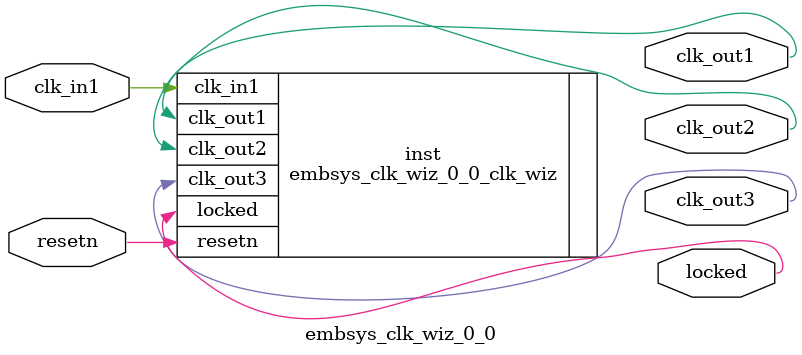
<source format=v>


`timescale 1ps/1ps

(* CORE_GENERATION_INFO = "embsys_clk_wiz_0_0,clk_wiz_v6_0_2_0_0,{component_name=embsys_clk_wiz_0_0,use_phase_alignment=true,use_min_o_jitter=false,use_max_i_jitter=false,use_dyn_phase_shift=false,use_inclk_switchover=false,use_dyn_reconfig=false,enable_axi=0,feedback_source=FDBK_AUTO,PRIMITIVE=MMCM,num_out_clk=3,clkin1_period=10.000,clkin2_period=10.000,use_power_down=false,use_reset=true,use_locked=true,use_inclk_stopped=false,feedback_type=SINGLE,CLOCK_MGR_TYPE=NA,manual_override=false}" *)

module embsys_clk_wiz_0_0 
 (
  // Clock out ports
  output        clk_out1,
  output        clk_out2,
  output        clk_out3,
  // Status and control signals
  input         resetn,
  output        locked,
 // Clock in ports
  input         clk_in1
 );

  embsys_clk_wiz_0_0_clk_wiz inst
  (
  // Clock out ports  
  .clk_out1(clk_out1),
  .clk_out2(clk_out2),
  .clk_out3(clk_out3),
  // Status and control signals               
  .resetn(resetn), 
  .locked(locked),
 // Clock in ports
  .clk_in1(clk_in1)
  );

endmodule

</source>
